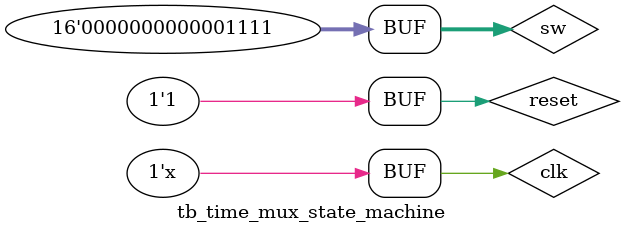
<source format=v>
`timescale 1ns / 1ps


module tb_time_mux_state_machine;
    reg clk;
    reg reset;
    reg [15:0] sw;
    wire [3:0] an;
    wire [6:0] sseg;
    
    
    time_multiplexing_main ul (
    .clk(clk),
    .reset(reset),
    .sw(sw),
    .an(an),
    .sseg(sseg)
    );
    
    
    initial
    begin
        clk = 0;
        reset = 0;
        sw = 0;
        
        #10
        reset = 1;
        sw = 16'h0000;
        #10
        sw = 16'h0001;
        #10
        sw = 16'h0002;
        #10
        sw = 16'h0003;
        #10
        sw = 16'h0004;
        #10
        sw = 16'h0005;
        #10
        sw = 16'h0006;
        #10
        sw = 16'h0007;
        #10
        sw = 16'h0008;
        #10
        sw = 16'h000A;
        #10
        sw = 16'h000B;
        #10
        sw = 16'h000C;
        #10
        sw = 16'h000D;
        
        #10
        sw = 16'h000E;
        #10
        
        sw = 16'h000F;
        
    end
    
    always #5 clk = ~clk;
endmodule

</source>
